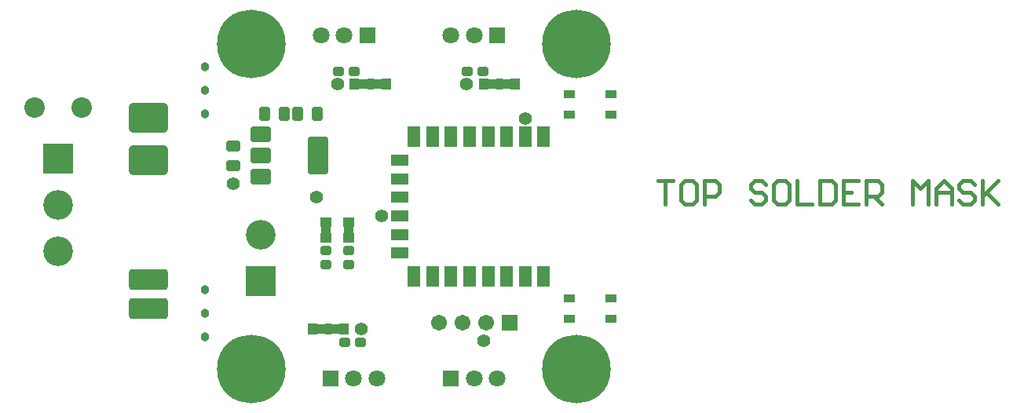
<source format=gts>
G04*
G04 #@! TF.GenerationSoftware,Altium Limited,Altium Designer,23.4.1 (23)*
G04*
G04 Layer_Color=8388736*
%FSLAX44Y44*%
%MOMM*%
G71*
G04*
G04 #@! TF.SameCoordinates,AC87B314-1984-4FFE-BA22-F28876D7C55D*
G04*
G04*
G04 #@! TF.FilePolarity,Negative*
G04*
G01*
G75*
%ADD17C,0.4000*%
%ADD39R,1.1938X0.9144*%
G04:AMPARAMS|DCode=40|XSize=1.1032mm|YSize=1.6032mm|CornerRadius=0.1691mm|HoleSize=0mm|Usage=FLASHONLY|Rotation=270.000|XOffset=0mm|YOffset=0mm|HoleType=Round|Shape=RoundedRectangle|*
%AMROUNDEDRECTD40*
21,1,1.1032,1.2650,0,0,270.0*
21,1,0.7650,1.6032,0,0,270.0*
1,1,0.3382,-0.6325,-0.3825*
1,1,0.3382,-0.6325,0.3825*
1,1,0.3382,0.6325,0.3825*
1,1,0.3382,0.6325,-0.3825*
%
%ADD40ROUNDEDRECTD40*%
G04:AMPARAMS|DCode=41|XSize=1.7032mm|YSize=2.2032mm|CornerRadius=0.2891mm|HoleSize=0mm|Usage=FLASHONLY|Rotation=270.000|XOffset=0mm|YOffset=0mm|HoleType=Round|Shape=RoundedRectangle|*
%AMROUNDEDRECTD41*
21,1,1.7032,1.6250,0,0,270.0*
21,1,1.1250,2.2032,0,0,270.0*
1,1,0.5782,-0.8125,-0.5625*
1,1,0.5782,-0.8125,0.5625*
1,1,0.5782,0.8125,0.5625*
1,1,0.5782,0.8125,-0.5625*
%
%ADD41ROUNDEDRECTD41*%
G04:AMPARAMS|DCode=42|XSize=4.0032mm|YSize=2.2032mm|CornerRadius=0.1516mm|HoleSize=0mm|Usage=FLASHONLY|Rotation=270.000|XOffset=0mm|YOffset=0mm|HoleType=Round|Shape=RoundedRectangle|*
%AMROUNDEDRECTD42*
21,1,4.0032,1.9000,0,0,270.0*
21,1,3.7000,2.2032,0,0,270.0*
1,1,0.3032,-0.9500,-1.8500*
1,1,0.3032,-0.9500,1.8500*
1,1,0.3032,0.9500,1.8500*
1,1,0.3032,0.9500,-1.8500*
%
%ADD42ROUNDEDRECTD42*%
G04:AMPARAMS|DCode=43|XSize=1.1032mm|YSize=1.6032mm|CornerRadius=0.1691mm|HoleSize=0mm|Usage=FLASHONLY|Rotation=0.000|XOffset=0mm|YOffset=0mm|HoleType=Round|Shape=RoundedRectangle|*
%AMROUNDEDRECTD43*
21,1,1.1032,1.2650,0,0,0.0*
21,1,0.7650,1.6032,0,0,0.0*
1,1,0.3382,0.3825,-0.6325*
1,1,0.3382,-0.3825,-0.6325*
1,1,0.3382,-0.3825,0.6325*
1,1,0.3382,0.3825,0.6325*
%
%ADD43ROUNDEDRECTD43*%
G04:AMPARAMS|DCode=44|XSize=1.0032mm|YSize=1.1032mm|CornerRadius=0.1616mm|HoleSize=0mm|Usage=FLASHONLY|Rotation=90.000|XOffset=0mm|YOffset=0mm|HoleType=Round|Shape=RoundedRectangle|*
%AMROUNDEDRECTD44*
21,1,1.0032,0.7800,0,0,90.0*
21,1,0.6800,1.1032,0,0,90.0*
1,1,0.3232,0.3900,0.3400*
1,1,0.3232,0.3900,-0.3400*
1,1,0.3232,-0.3900,-0.3400*
1,1,0.3232,-0.3900,0.3400*
%
%ADD44ROUNDEDRECTD44*%
%ADD45R,1.2032X1.1032*%
%ADD46C,1.4032*%
G04:AMPARAMS|DCode=47|XSize=1.1032mm|YSize=1.0032mm|CornerRadius=0.1616mm|HoleSize=0mm|Usage=FLASHONLY|Rotation=0.000|XOffset=0mm|YOffset=0mm|HoleType=Round|Shape=RoundedRectangle|*
%AMROUNDEDRECTD47*
21,1,1.1032,0.6800,0,0,0.0*
21,1,0.7800,1.0032,0,0,0.0*
1,1,0.3232,0.3900,-0.3400*
1,1,0.3232,-0.3900,-0.3400*
1,1,0.3232,-0.3900,0.3400*
1,1,0.3232,0.3900,0.3400*
%
%ADD47ROUNDEDRECTD47*%
%ADD48R,1.4032X2.2032*%
%ADD49R,1.9032X1.3032*%
G04:AMPARAMS|DCode=50|XSize=2.2032mm|YSize=4.2032mm|CornerRadius=0.3016mm|HoleSize=0mm|Usage=FLASHONLY|Rotation=90.000|XOffset=0mm|YOffset=0mm|HoleType=Round|Shape=RoundedRectangle|*
%AMROUNDEDRECTD50*
21,1,2.2032,3.6000,0,0,90.0*
21,1,1.6000,4.2032,0,0,90.0*
1,1,0.6032,1.8000,0.8000*
1,1,0.6032,1.8000,-0.8000*
1,1,0.6032,-1.8000,-0.8000*
1,1,0.6032,-1.8000,0.8000*
%
%ADD50ROUNDEDRECTD50*%
G04:AMPARAMS|DCode=51|XSize=3.2032mm|YSize=4.2032mm|CornerRadius=0.4016mm|HoleSize=0mm|Usage=FLASHONLY|Rotation=90.000|XOffset=0mm|YOffset=0mm|HoleType=Round|Shape=RoundedRectangle|*
%AMROUNDEDRECTD51*
21,1,3.2032,3.4000,0,0,90.0*
21,1,2.4000,4.2032,0,0,90.0*
1,1,0.8032,1.7000,1.2000*
1,1,0.8032,1.7000,-1.2000*
1,1,0.8032,-1.7000,-1.2000*
1,1,0.8032,-1.7000,1.2000*
%
%ADD51ROUNDEDRECTD51*%
%ADD52R,0.7032X1.2032*%
%ADD53R,1.1032X1.2032*%
%ADD54C,0.9652*%
%ADD55R,3.2032X3.2032*%
%ADD56C,3.2032*%
%ADD57C,1.7032*%
%ADD58R,1.7032X1.7032*%
%ADD59C,1.8032*%
%ADD60R,1.8032X1.8032*%
%ADD61C,2.2032*%
%ADD62C,7.4000*%
G36*
X219978Y32009D02*
X221089Y30154D01*
X223752Y26746D01*
X226815Y23692D01*
X230229Y21038D01*
X232087Y19931D01*
X232087D01*
X232087Y19931D01*
X236112Y32831D01*
X232902Y36042D01*
X219978Y32009D01*
D02*
G37*
G36*
X216050Y58507D02*
X215524Y56410D01*
X214997Y52117D01*
X215003Y47792D01*
X215541Y43501D01*
X216072Y41404D01*
X216072Y41404D01*
X216072D01*
X228040Y47680D01*
Y52220D01*
X216050Y58507D01*
D02*
G37*
G36*
X241493Y16050D02*
X243590Y15524D01*
X247883Y14997D01*
X252208Y15003D01*
X256499Y15541D01*
X258596Y16072D01*
Y16072D01*
Y16072D01*
X252320Y28040D01*
X247780D01*
X241493Y16050D01*
D02*
G37*
G36*
X267991Y19978D02*
X269846Y21089D01*
X273254Y23752D01*
X276308Y26815D01*
X278962Y30229D01*
X280069Y32087D01*
X280069Y32087D01*
X280069Y32087D01*
X267169Y36112D01*
X263958Y32902D01*
X267991Y19978D01*
D02*
G37*
G36*
X283950Y41493D02*
X284476Y43590D01*
X285003Y47883D01*
X284997Y52208D01*
X284459Y56499D01*
X283928Y58596D01*
D01*
X283928D01*
X271960Y52320D01*
Y47780D01*
X283950Y41493D01*
D02*
G37*
G36*
X232009Y80022D02*
X230154Y78910D01*
X226746Y76248D01*
X223692Y73185D01*
X221038Y69771D01*
X219931Y67913D01*
D01*
X219931Y67913D01*
X232831Y63888D01*
X236042Y67098D01*
X232009Y80022D01*
D02*
G37*
G36*
X258507Y83950D02*
X256410Y84476D01*
X252117Y85003D01*
X247792Y84997D01*
X243501Y84459D01*
X241404Y83928D01*
X241404D01*
Y83928D01*
X247680Y71960D01*
X252220D01*
X258507Y83950D01*
D02*
G37*
G36*
X280022Y67991D02*
X278911Y69846D01*
X276248Y73254D01*
X273185Y76308D01*
X269771Y78962D01*
X267913Y80069D01*
Y80069D01*
X267913Y80069D01*
X263888Y67169D01*
X267098Y63958D01*
X280022Y67991D01*
D02*
G37*
G36*
X329501Y88001D02*
X319501D01*
Y98001D01*
X329501D01*
Y88001D01*
D02*
G37*
G36*
X335000Y205000D02*
Y195000D01*
X325000D01*
Y205000D01*
X335000D01*
D02*
G37*
G36*
X360000Y195000D02*
X350000D01*
Y205000D01*
X360000D01*
Y195000D01*
D02*
G37*
G36*
X345499Y88001D02*
X335499D01*
Y98001D01*
X345499D01*
Y88001D01*
D02*
G37*
G36*
X586042Y67098D02*
X582831Y63888D01*
X569931Y67913D01*
X569931Y67913D01*
X571038Y69771D01*
X573692Y73185D01*
X576746Y76248D01*
X580154Y78910D01*
X582009Y80022D01*
X586042Y67098D01*
D02*
G37*
G36*
X578040Y52220D02*
Y47680D01*
X566072Y41404D01*
X566072D01*
X566072Y41404D01*
X565541Y43501D01*
X565003Y47792D01*
X564997Y52117D01*
X565524Y56410D01*
X566050Y58507D01*
X578040Y52220D01*
D02*
G37*
G36*
X586112Y32831D02*
X582087Y19931D01*
X582087Y19931D01*
X582087D01*
X580229Y21038D01*
X576814Y23692D01*
X573752Y26746D01*
X571090Y30154D01*
X569978Y32009D01*
X582902Y36042D01*
X586112Y32831D01*
D02*
G37*
G36*
X591493Y16050D02*
X593590Y15524D01*
X597883Y14997D01*
X602208Y15003D01*
X606499Y15541D01*
X608596Y16072D01*
Y16072D01*
Y16072D01*
X602320Y28040D01*
X597780D01*
X591493Y16050D01*
D02*
G37*
G36*
X617991Y19978D02*
X619846Y21089D01*
X623254Y23752D01*
X626308Y26815D01*
X628962Y30229D01*
X630069Y32087D01*
X630069Y32087D01*
X630069Y32087D01*
X617169Y36112D01*
X613958Y32902D01*
X617991Y19978D01*
D02*
G37*
G36*
X633950Y41493D02*
X634476Y43590D01*
X635003Y47883D01*
X634997Y52208D01*
X634459Y56499D01*
X633928Y58596D01*
D01*
X633928D01*
X621960Y52320D01*
Y47780D01*
X633950Y41493D01*
D02*
G37*
G36*
X608507Y83950D02*
X606410Y84476D01*
X602117Y85003D01*
X597792Y84997D01*
X593501Y84459D01*
X591404Y83928D01*
X591404D01*
Y83928D01*
X597680Y71960D01*
X602220D01*
X608507Y83950D01*
D02*
G37*
G36*
X630022Y67991D02*
X628910Y69846D01*
X626248Y73254D01*
X623185Y76308D01*
X619771Y78962D01*
X617913Y80069D01*
Y80069D01*
X617913Y80069D01*
X613888Y67169D01*
X617098Y63958D01*
X630022Y67991D01*
D02*
G37*
G36*
X219978Y382009D02*
X221089Y380154D01*
X223752Y376746D01*
X226815Y373692D01*
X230229Y371038D01*
X232087Y369931D01*
X232087D01*
X232087Y369931D01*
X236112Y382831D01*
X232902Y386042D01*
X219978Y382009D01*
D02*
G37*
G36*
X216050Y408507D02*
X215524Y406410D01*
X214997Y402117D01*
X215003Y397792D01*
X215541Y393501D01*
X216072Y391404D01*
X216072Y391404D01*
X216072D01*
X228040Y397680D01*
Y402220D01*
X216050Y408507D01*
D02*
G37*
G36*
X241493Y366050D02*
X243590Y365524D01*
X247883Y364997D01*
X252208Y365003D01*
X256499Y365541D01*
X258596Y366072D01*
Y366072D01*
Y366072D01*
X252320Y378040D01*
X247780D01*
X241493Y366050D01*
D02*
G37*
G36*
X232009Y430022D02*
X230154Y428910D01*
X226746Y426248D01*
X223692Y423185D01*
X221038Y419771D01*
X219931Y417913D01*
D01*
X219931Y417913D01*
X232831Y413888D01*
X236042Y417098D01*
X232009Y430022D01*
D02*
G37*
G36*
X258507Y433950D02*
X256410Y434476D01*
X252117Y435003D01*
X247792Y434997D01*
X243501Y434459D01*
X241404Y433928D01*
X241404D01*
Y433928D01*
X247680Y421960D01*
X252220D01*
X258507Y433950D01*
D02*
G37*
G36*
X267991Y369978D02*
X269846Y371090D01*
X273254Y373752D01*
X276308Y376814D01*
X278962Y380229D01*
X280069Y382087D01*
X280069Y382087D01*
X280069Y382087D01*
X267169Y386112D01*
X263958Y382902D01*
X267991Y369978D01*
D02*
G37*
G36*
X283950Y391493D02*
X284476Y393590D01*
X285003Y397883D01*
X284997Y402208D01*
X284459Y406499D01*
X283928Y408596D01*
D01*
X283928D01*
X271960Y402320D01*
Y397780D01*
X283950Y391493D01*
D02*
G37*
G36*
X280022Y417991D02*
X278911Y419846D01*
X276248Y423254D01*
X273185Y426308D01*
X269771Y428962D01*
X267913Y430069D01*
Y430069D01*
X267913Y430069D01*
X263888Y417169D01*
X267098Y413958D01*
X280022Y417991D01*
D02*
G37*
G36*
X365501Y361999D02*
X375501D01*
Y351999D01*
X365501D01*
Y361999D01*
D02*
G37*
G36*
X381499D02*
X391499D01*
Y351999D01*
X381499D01*
Y361999D01*
D02*
G37*
G36*
X586042Y417098D02*
X582831Y413888D01*
X569931Y417913D01*
X569931Y417913D01*
X571038Y419771D01*
X573692Y423185D01*
X576746Y426248D01*
X580154Y428910D01*
X582009Y430022D01*
X586042Y417098D01*
D02*
G37*
G36*
X578040Y402220D02*
Y397680D01*
X566072Y391404D01*
X566072D01*
X566072Y391404D01*
X565541Y393501D01*
X565003Y397792D01*
X564997Y402117D01*
X565524Y406410D01*
X566050Y408507D01*
X578040Y402220D01*
D02*
G37*
G36*
X586112Y382831D02*
X582087Y369931D01*
X582087Y369931D01*
X582087D01*
X580229Y371038D01*
X576814Y373692D01*
X573752Y376746D01*
X571090Y380154D01*
X569978Y382009D01*
X582902Y386042D01*
X586112Y382831D01*
D02*
G37*
G36*
X530499Y351999D02*
X520499D01*
Y361999D01*
X530499D01*
Y351999D01*
D02*
G37*
G36*
X514501D02*
X504501D01*
Y361999D01*
X514501D01*
Y351999D01*
D02*
G37*
G36*
X591493Y366050D02*
X593590Y365524D01*
X597883Y364997D01*
X602208Y365003D01*
X606499Y365541D01*
X608596Y366072D01*
Y366072D01*
Y366072D01*
X602320Y378040D01*
X597780D01*
X591493Y366050D01*
D02*
G37*
G36*
X617991Y369978D02*
X619846Y371090D01*
X623254Y373752D01*
X626308Y376815D01*
X628962Y380229D01*
X630069Y382087D01*
X630069Y382087D01*
X630069Y382087D01*
X617169Y386112D01*
X613958Y382902D01*
X617991Y369978D01*
D02*
G37*
G36*
X633950Y391493D02*
X634476Y393590D01*
X635003Y397883D01*
X634997Y402208D01*
X634459Y406499D01*
X633928Y408596D01*
D01*
X633928D01*
X621960Y402320D01*
Y397780D01*
X633950Y391493D01*
D02*
G37*
G36*
X608507Y433950D02*
X606410Y434476D01*
X602117Y435003D01*
X597792Y434997D01*
X593501Y434459D01*
X591404Y433928D01*
X591404D01*
Y433928D01*
X597680Y421960D01*
X602220D01*
X608507Y433950D01*
D02*
G37*
G36*
X630022Y417991D02*
X628910Y419846D01*
X626248Y423254D01*
X623185Y426308D01*
X619771Y428962D01*
X617913Y430069D01*
Y430069D01*
X617913Y430069D01*
X613888Y417169D01*
X617098Y413958D01*
X630022Y417991D01*
D02*
G37*
D17*
X688000Y252719D02*
X704661D01*
X696331D01*
Y227727D01*
X725488Y252719D02*
X717157D01*
X712992Y248554D01*
Y231893D01*
X717157Y227727D01*
X725488D01*
X729653Y231893D01*
Y248554D01*
X725488Y252719D01*
X737984Y227727D02*
Y252719D01*
X750480D01*
X754645Y248554D01*
Y240223D01*
X750480Y236058D01*
X737984D01*
X804629Y248554D02*
X800464Y252719D01*
X792133D01*
X787968Y248554D01*
Y244389D01*
X792133Y240223D01*
X800464D01*
X804629Y236058D01*
Y231893D01*
X800464Y227727D01*
X792133D01*
X787968Y231893D01*
X825456Y252719D02*
X817125D01*
X812960Y248554D01*
Y231893D01*
X817125Y227727D01*
X825456D01*
X829621Y231893D01*
Y248554D01*
X825456Y252719D01*
X837952D02*
Y227727D01*
X854613D01*
X862943Y252719D02*
Y227727D01*
X875439D01*
X879605Y231893D01*
Y248554D01*
X875439Y252719D01*
X862943D01*
X904597D02*
X887935D01*
Y227727D01*
X904597D01*
X887935Y240223D02*
X896266D01*
X912927Y227727D02*
Y252719D01*
X925423D01*
X929589Y248554D01*
Y240223D01*
X925423Y236058D01*
X912927D01*
X921258D02*
X929589Y227727D01*
X962911D02*
Y252719D01*
X971242Y244389D01*
X979572Y252719D01*
Y227727D01*
X987903D02*
Y244389D01*
X996234Y252719D01*
X1004564Y244389D01*
Y227727D01*
Y240223D01*
X987903D01*
X1029556Y248554D02*
X1025391Y252719D01*
X1017060D01*
X1012895Y248554D01*
Y244389D01*
X1017060Y240223D01*
X1025391D01*
X1029556Y236058D01*
Y231893D01*
X1025391Y227727D01*
X1017060D01*
X1012895Y231893D01*
X1037887Y252719D02*
Y227727D01*
Y236058D01*
X1054548Y252719D01*
X1042052Y240223D01*
X1054548Y227727D01*
D39*
X592500Y345750D02*
D03*
X637500D02*
D03*
X592500Y324250D02*
D03*
X637500D02*
D03*
X592500Y125750D02*
D03*
X637500D02*
D03*
X592500Y104250D02*
D03*
X637500D02*
D03*
D40*
X230000Y290500D02*
D03*
Y269500D02*
D03*
D41*
X260000Y257000D02*
D03*
Y303000D02*
D03*
Y280000D02*
D03*
D42*
X322000D02*
D03*
D43*
X264500Y325000D02*
D03*
X285500D02*
D03*
X320500Y325000D02*
D03*
X299500D02*
D03*
D44*
X355000Y162500D02*
D03*
Y177500D02*
D03*
X330000Y162500D02*
D03*
Y177500D02*
D03*
D45*
X330001Y208499D02*
D03*
Y191499D02*
D03*
X355001Y208499D02*
D03*
Y191499D02*
D03*
D46*
X390000Y215000D02*
D03*
X320000Y235000D02*
D03*
X230000Y250000D02*
D03*
X545000Y320000D02*
D03*
X500000Y80000D02*
D03*
X482000Y357000D02*
D03*
X343000D02*
D03*
X368000Y93000D02*
D03*
D47*
X499500Y371000D02*
D03*
X482500D02*
D03*
X360500D02*
D03*
X343500D02*
D03*
X350500Y79000D02*
D03*
X367500D02*
D03*
D48*
X565000Y300000D02*
D03*
X545000D02*
D03*
X525000D02*
D03*
X505000D02*
D03*
X485000D02*
D03*
X465000D02*
D03*
X445000D02*
D03*
X425000D02*
D03*
Y150000D02*
D03*
X445000D02*
D03*
X465000D02*
D03*
X485000D02*
D03*
X505000D02*
D03*
X525000D02*
D03*
X545000D02*
D03*
X565000D02*
D03*
D49*
X410000Y275000D02*
D03*
Y255000D02*
D03*
Y235000D02*
D03*
Y215000D02*
D03*
Y195000D02*
D03*
Y175000D02*
D03*
D50*
X139104Y115000D02*
D03*
Y146000D02*
D03*
D51*
Y275000D02*
D03*
Y321000D02*
D03*
D52*
X517000Y357000D02*
D03*
X378000D02*
D03*
X333000Y93000D02*
D03*
D53*
X534000Y357000D02*
D03*
X500000D02*
D03*
X395000D02*
D03*
X361000D02*
D03*
X316000Y93000D02*
D03*
X350000D02*
D03*
D54*
X200000Y375400D02*
D03*
Y324600D02*
D03*
Y350000D02*
D03*
Y135400D02*
D03*
Y84600D02*
D03*
Y110000D02*
D03*
D55*
X260000Y145000D02*
D03*
X41604Y277000D02*
D03*
D56*
X260000Y195000D02*
D03*
X41604Y177000D02*
D03*
Y227000D02*
D03*
D57*
X502700Y100000D02*
D03*
X477300Y100000D02*
D03*
X451900D02*
D03*
D58*
X528100Y100000D02*
D03*
D59*
X490000Y410000D02*
D03*
X465000D02*
D03*
X350000D02*
D03*
X325000D02*
D03*
X490000Y40000D02*
D03*
X515000D02*
D03*
X360000D02*
D03*
X385000D02*
D03*
D60*
X515000Y410000D02*
D03*
X375000D02*
D03*
X465000Y40000D02*
D03*
X335000D02*
D03*
D61*
X16104Y332000D02*
D03*
X67104D02*
D03*
D62*
X600000Y400000D02*
D03*
X250000Y400000D02*
D03*
X600000Y50000D02*
D03*
X250000D02*
D03*
M02*

</source>
